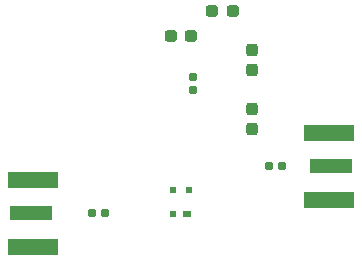
<source format=gbr>
%TF.GenerationSoftware,KiCad,Pcbnew,8.0.2*%
%TF.CreationDate,2025-01-11T01:25:04-03:00*%
%TF.ProjectId,rx_amp,72785f61-6d70-42e6-9b69-6361645f7063,rev?*%
%TF.SameCoordinates,Original*%
%TF.FileFunction,Paste,Top*%
%TF.FilePolarity,Positive*%
%FSLAX46Y46*%
G04 Gerber Fmt 4.6, Leading zero omitted, Abs format (unit mm)*
G04 Created by KiCad (PCBNEW 8.0.2) date 2025-01-11 01:25:04*
%MOMM*%
%LPD*%
G01*
G04 APERTURE LIST*
G04 Aperture macros list*
%AMRoundRect*
0 Rectangle with rounded corners*
0 $1 Rounding radius*
0 $2 $3 $4 $5 $6 $7 $8 $9 X,Y pos of 4 corners*
0 Add a 4 corners polygon primitive as box body*
4,1,4,$2,$3,$4,$5,$6,$7,$8,$9,$2,$3,0*
0 Add four circle primitives for the rounded corners*
1,1,$1+$1,$2,$3*
1,1,$1+$1,$4,$5*
1,1,$1+$1,$6,$7*
1,1,$1+$1,$8,$9*
0 Add four rect primitives between the rounded corners*
20,1,$1+$1,$2,$3,$4,$5,0*
20,1,$1+$1,$4,$5,$6,$7,0*
20,1,$1+$1,$6,$7,$8,$9,0*
20,1,$1+$1,$8,$9,$2,$3,0*%
G04 Aperture macros list end*
%ADD10RoundRect,0.237500X-0.287500X-0.237500X0.287500X-0.237500X0.287500X0.237500X-0.287500X0.237500X0*%
%ADD11RoundRect,0.155000X-0.155000X0.212500X-0.155000X-0.212500X0.155000X-0.212500X0.155000X0.212500X0*%
%ADD12RoundRect,0.155000X-0.212500X-0.155000X0.212500X-0.155000X0.212500X0.155000X-0.212500X0.155000X0*%
%ADD13R,3.600000X1.270000*%
%ADD14R,4.200000X1.350000*%
%ADD15RoundRect,0.237500X-0.237500X0.287500X-0.237500X-0.287500X0.237500X-0.287500X0.237500X0.287500X0*%
%ADD16R,0.500000X0.580000*%
%ADD17R,0.800000X0.580000*%
G04 APERTURE END LIST*
D10*
%TO.C,R1*%
X127625000Y-93900000D03*
X129375000Y-93900000D03*
%TD*%
%TO.C,L3*%
X124125000Y-96000000D03*
X125875000Y-96000000D03*
%TD*%
D11*
%TO.C,C3*%
X126000000Y-99432500D03*
X126000000Y-100567500D03*
%TD*%
D12*
%TO.C,C2*%
X132432500Y-107000000D03*
X133567500Y-107000000D03*
%TD*%
D13*
%TO.C,J2*%
X137700000Y-107000000D03*
D14*
X137500000Y-109825000D03*
X137500000Y-104175000D03*
%TD*%
D13*
%TO.C,J1*%
X112300000Y-111000000D03*
D14*
X112500000Y-108175000D03*
X112500000Y-113825000D03*
%TD*%
D15*
%TO.C,L2*%
X131000000Y-102125000D03*
X131000000Y-103875000D03*
%TD*%
D16*
%TO.C,IC1*%
X124340000Y-111010000D03*
D17*
X125490000Y-111010000D03*
D16*
X125640000Y-108990000D03*
X124340000Y-108990000D03*
%TD*%
D15*
%TO.C,L1*%
X131000000Y-97125000D03*
X131000000Y-98875000D03*
%TD*%
D12*
%TO.C,C1*%
X117432500Y-111000000D03*
X118567500Y-111000000D03*
%TD*%
M02*

</source>
